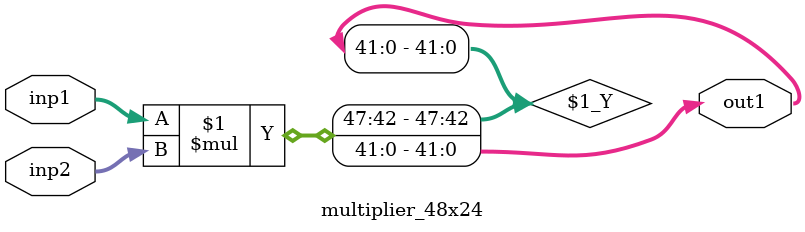
<source format=v>
module multiplier_48x24 (
    input  wire signed [47:0] inp1, // 32-bit signed multiplicand
    input  wire signed [23:0] inp2, // 16-bit signed multiplier
    output wire signed [41:0] out1  // 48-bit signed product
);

    assign out1 = inp1 * inp2;

endmodule

</source>
